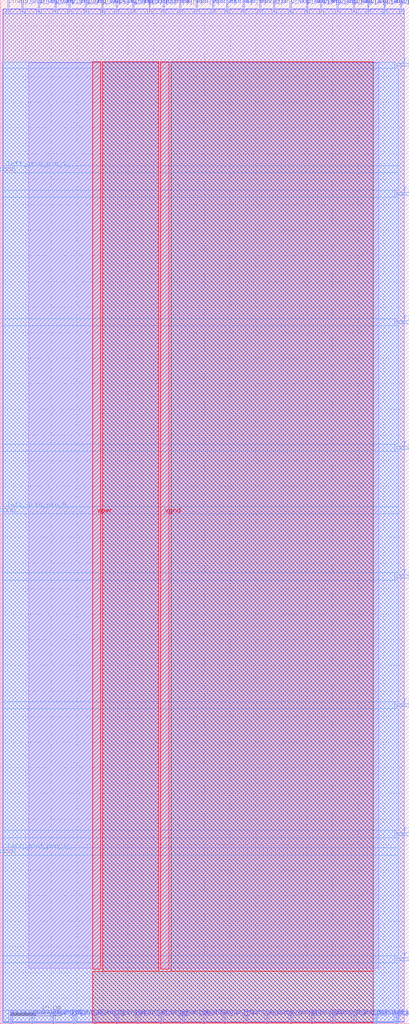
<source format=lef>
VERSION 5.7 ;
  NOWIREEXTENSIONATPIN ON ;
  DIVIDERCHAR "/" ;
  BUSBITCHARS "[]" ;
MACRO cby_3__1_
  CLASS BLOCK ;
  FOREIGN cby_3__1_ ;
  ORIGIN 0.000 0.000 ;
  SIZE 80.000 BY 200.000 ;
  PIN address[0]
    DIRECTION INPUT ;
    PORT
      LAYER met2 ;
        RECT 29.070 197.600 29.350 200.000 ;
    END
  END address[0]
  PIN address[1]
    DIRECTION INPUT ;
    PORT
      LAYER met2 ;
        RECT 31.830 197.600 32.110 200.000 ;
    END
  END address[1]
  PIN address[2]
    DIRECTION INPUT ;
    PORT
      LAYER met2 ;
        RECT 35.050 197.600 35.330 200.000 ;
    END
  END address[2]
  PIN address[3]
    DIRECTION INPUT ;
    PORT
      LAYER met2 ;
        RECT 38.270 197.600 38.550 200.000 ;
    END
  END address[3]
  PIN address[4]
    DIRECTION INPUT ;
    PORT
      LAYER met2 ;
        RECT 41.490 197.600 41.770 200.000 ;
    END
  END address[4]
  PIN address[5]
    DIRECTION INPUT ;
    PORT
      LAYER met2 ;
        RECT 44.250 197.600 44.530 200.000 ;
    END
  END address[5]
  PIN address[6]
    DIRECTION INPUT ;
    PORT
      LAYER met2 ;
        RECT 47.470 197.600 47.750 200.000 ;
    END
  END address[6]
  PIN chany_bottom_in[0]
    DIRECTION INPUT ;
    PORT
      LAYER met2 ;
        RECT 1.930 0.000 2.210 2.400 ;
    END
  END chany_bottom_in[0]
  PIN chany_bottom_in[1]
    DIRECTION INPUT ;
    PORT
      LAYER met2 ;
        RECT 6.070 0.000 6.350 2.400 ;
    END
  END chany_bottom_in[1]
  PIN chany_bottom_in[2]
    DIRECTION INPUT ;
    PORT
      LAYER met2 ;
        RECT 10.210 0.000 10.490 2.400 ;
    END
  END chany_bottom_in[2]
  PIN chany_bottom_in[3]
    DIRECTION INPUT ;
    PORT
      LAYER met2 ;
        RECT 14.350 0.000 14.630 2.400 ;
    END
  END chany_bottom_in[3]
  PIN chany_bottom_in[4]
    DIRECTION INPUT ;
    PORT
      LAYER met2 ;
        RECT 18.490 0.000 18.770 2.400 ;
    END
  END chany_bottom_in[4]
  PIN chany_bottom_in[5]
    DIRECTION INPUT ;
    PORT
      LAYER met2 ;
        RECT 22.630 0.000 22.910 2.400 ;
    END
  END chany_bottom_in[5]
  PIN chany_bottom_in[6]
    DIRECTION INPUT ;
    PORT
      LAYER met2 ;
        RECT 26.770 0.000 27.050 2.400 ;
    END
  END chany_bottom_in[6]
  PIN chany_bottom_in[7]
    DIRECTION INPUT ;
    PORT
      LAYER met2 ;
        RECT 31.370 0.000 31.650 2.400 ;
    END
  END chany_bottom_in[7]
  PIN chany_bottom_in[8]
    DIRECTION INPUT ;
    PORT
      LAYER met2 ;
        RECT 35.510 0.000 35.790 2.400 ;
    END
  END chany_bottom_in[8]
  PIN chany_bottom_out[0]
    DIRECTION OUTPUT TRISTATE ;
    PORT
      LAYER met2 ;
        RECT 43.790 0.000 44.070 2.400 ;
    END
  END chany_bottom_out[0]
  PIN chany_bottom_out[1]
    DIRECTION OUTPUT TRISTATE ;
    PORT
      LAYER met2 ;
        RECT 47.930 0.000 48.210 2.400 ;
    END
  END chany_bottom_out[1]
  PIN chany_bottom_out[2]
    DIRECTION OUTPUT TRISTATE ;
    PORT
      LAYER met2 ;
        RECT 52.070 0.000 52.350 2.400 ;
    END
  END chany_bottom_out[2]
  PIN chany_bottom_out[3]
    DIRECTION OUTPUT TRISTATE ;
    PORT
      LAYER met2 ;
        RECT 56.670 0.000 56.950 2.400 ;
    END
  END chany_bottom_out[3]
  PIN chany_bottom_out[4]
    DIRECTION OUTPUT TRISTATE ;
    PORT
      LAYER met2 ;
        RECT 60.810 0.000 61.090 2.400 ;
    END
  END chany_bottom_out[4]
  PIN chany_bottom_out[5]
    DIRECTION OUTPUT TRISTATE ;
    PORT
      LAYER met2 ;
        RECT 64.950 0.000 65.230 2.400 ;
    END
  END chany_bottom_out[5]
  PIN chany_bottom_out[6]
    DIRECTION OUTPUT TRISTATE ;
    PORT
      LAYER met2 ;
        RECT 69.090 0.000 69.370 2.400 ;
    END
  END chany_bottom_out[6]
  PIN chany_bottom_out[7]
    DIRECTION OUTPUT TRISTATE ;
    PORT
      LAYER met2 ;
        RECT 73.230 0.000 73.510 2.400 ;
    END
  END chany_bottom_out[7]
  PIN chany_bottom_out[8]
    DIRECTION OUTPUT TRISTATE ;
    PORT
      LAYER met2 ;
        RECT 77.370 0.000 77.650 2.400 ;
    END
  END chany_bottom_out[8]
  PIN chany_top_in[0]
    DIRECTION INPUT ;
    PORT
      LAYER met2 ;
        RECT 1.470 197.600 1.750 200.000 ;
    END
  END chany_top_in[0]
  PIN chany_top_in[1]
    DIRECTION INPUT ;
    PORT
      LAYER met2 ;
        RECT 4.230 197.600 4.510 200.000 ;
    END
  END chany_top_in[1]
  PIN chany_top_in[2]
    DIRECTION INPUT ;
    PORT
      LAYER met2 ;
        RECT 7.450 197.600 7.730 200.000 ;
    END
  END chany_top_in[2]
  PIN chany_top_in[3]
    DIRECTION INPUT ;
    PORT
      LAYER met2 ;
        RECT 10.670 197.600 10.950 200.000 ;
    END
  END chany_top_in[3]
  PIN chany_top_in[4]
    DIRECTION INPUT ;
    PORT
      LAYER met2 ;
        RECT 13.430 197.600 13.710 200.000 ;
    END
  END chany_top_in[4]
  PIN chany_top_in[5]
    DIRECTION INPUT ;
    PORT
      LAYER met2 ;
        RECT 16.650 197.600 16.930 200.000 ;
    END
  END chany_top_in[5]
  PIN chany_top_in[6]
    DIRECTION INPUT ;
    PORT
      LAYER met2 ;
        RECT 19.870 197.600 20.150 200.000 ;
    END
  END chany_top_in[6]
  PIN chany_top_in[7]
    DIRECTION INPUT ;
    PORT
      LAYER met2 ;
        RECT 22.630 197.600 22.910 200.000 ;
    END
  END chany_top_in[7]
  PIN chany_top_in[8]
    DIRECTION INPUT ;
    PORT
      LAYER met2 ;
        RECT 25.850 197.600 26.130 200.000 ;
    END
  END chany_top_in[8]
  PIN chany_top_out[0]
    DIRECTION OUTPUT TRISTATE ;
    PORT
      LAYER met2 ;
        RECT 53.450 197.600 53.730 200.000 ;
    END
  END chany_top_out[0]
  PIN chany_top_out[1]
    DIRECTION OUTPUT TRISTATE ;
    PORT
      LAYER met2 ;
        RECT 56.670 197.600 56.950 200.000 ;
    END
  END chany_top_out[1]
  PIN chany_top_out[2]
    DIRECTION OUTPUT TRISTATE ;
    PORT
      LAYER met2 ;
        RECT 59.890 197.600 60.170 200.000 ;
    END
  END chany_top_out[2]
  PIN chany_top_out[3]
    DIRECTION OUTPUT TRISTATE ;
    PORT
      LAYER met2 ;
        RECT 62.650 197.600 62.930 200.000 ;
    END
  END chany_top_out[3]
  PIN chany_top_out[4]
    DIRECTION OUTPUT TRISTATE ;
    PORT
      LAYER met2 ;
        RECT 65.870 197.600 66.150 200.000 ;
    END
  END chany_top_out[4]
  PIN chany_top_out[5]
    DIRECTION OUTPUT TRISTATE ;
    PORT
      LAYER met2 ;
        RECT 69.090 197.600 69.370 200.000 ;
    END
  END chany_top_out[5]
  PIN chany_top_out[6]
    DIRECTION OUTPUT TRISTATE ;
    PORT
      LAYER met2 ;
        RECT 71.850 197.600 72.130 200.000 ;
    END
  END chany_top_out[6]
  PIN chany_top_out[7]
    DIRECTION OUTPUT TRISTATE ;
    PORT
      LAYER met2 ;
        RECT 75.070 197.600 75.350 200.000 ;
    END
  END chany_top_out[7]
  PIN chany_top_out[8]
    DIRECTION OUTPUT TRISTATE ;
    PORT
      LAYER met2 ;
        RECT 78.290 197.600 78.570 200.000 ;
    END
  END chany_top_out[8]
  PIN data_in
    DIRECTION INPUT ;
    PORT
      LAYER met2 ;
        RECT 50.690 197.600 50.970 200.000 ;
    END
  END data_in
  PIN enable
    DIRECTION INPUT ;
    PORT
      LAYER met2 ;
        RECT 39.650 0.000 39.930 2.400 ;
    END
  END enable
  PIN left_grid_pin_1_
    DIRECTION OUTPUT TRISTATE ;
    PORT
      LAYER met3 ;
        RECT 0.000 33.360 2.400 33.960 ;
    END
  END left_grid_pin_1_
  PIN left_grid_pin_5_
    DIRECTION OUTPUT TRISTATE ;
    PORT
      LAYER met3 ;
        RECT 0.000 100.000 2.400 100.600 ;
    END
  END left_grid_pin_5_
  PIN left_grid_pin_9_
    DIRECTION OUTPUT TRISTATE ;
    PORT
      LAYER met3 ;
        RECT 0.000 166.640 2.400 167.240 ;
    END
  END left_grid_pin_9_
  PIN right_grid_pin_0_
    DIRECTION OUTPUT TRISTATE ;
    PORT
      LAYER met3 ;
        RECT 77.600 12.280 80.000 12.880 ;
    END
  END right_grid_pin_0_
  PIN right_grid_pin_10_
    DIRECTION OUTPUT TRISTATE ;
    PORT
      LAYER met3 ;
        RECT 77.600 136.720 80.000 137.320 ;
    END
  END right_grid_pin_10_
  PIN right_grid_pin_12_
    DIRECTION OUTPUT TRISTATE ;
    PORT
      LAYER met3 ;
        RECT 77.600 161.880 80.000 162.480 ;
    END
  END right_grid_pin_12_
  PIN right_grid_pin_14_
    DIRECTION OUTPUT TRISTATE ;
    PORT
      LAYER met3 ;
        RECT 77.600 187.040 80.000 187.640 ;
    END
  END right_grid_pin_14_
  PIN right_grid_pin_2_
    DIRECTION OUTPUT TRISTATE ;
    PORT
      LAYER met3 ;
        RECT 77.600 36.760 80.000 37.360 ;
    END
  END right_grid_pin_2_
  PIN right_grid_pin_4_
    DIRECTION OUTPUT TRISTATE ;
    PORT
      LAYER met3 ;
        RECT 77.600 61.920 80.000 62.520 ;
    END
  END right_grid_pin_4_
  PIN right_grid_pin_6_
    DIRECTION OUTPUT TRISTATE ;
    PORT
      LAYER met3 ;
        RECT 77.600 87.080 80.000 87.680 ;
    END
  END right_grid_pin_6_
  PIN right_grid_pin_8_
    DIRECTION OUTPUT TRISTATE ;
    PORT
      LAYER met3 ;
        RECT 77.600 112.240 80.000 112.840 ;
    END
  END right_grid_pin_8_
  PIN vpwr
    DIRECTION INPUT ;
    PORT
      LAYER met4 ;
        RECT 18.055 10.640 19.655 187.920 ;
    END
  END vpwr
  PIN vgnd
    DIRECTION INPUT ;
    PORT
      LAYER met4 ;
        RECT 31.385 10.640 32.985 187.920 ;
    END
  END vgnd
  OBS
      LAYER li1 ;
        RECT 5.520 10.795 74.060 187.765 ;
      LAYER met1 ;
        RECT 0.530 0.380 79.050 198.180 ;
      LAYER met2 ;
        RECT 0.550 197.320 1.190 198.290 ;
        RECT 2.030 197.320 3.950 198.290 ;
        RECT 4.790 197.320 7.170 198.290 ;
        RECT 8.010 197.320 10.390 198.290 ;
        RECT 11.230 197.320 13.150 198.290 ;
        RECT 13.990 197.320 16.370 198.290 ;
        RECT 17.210 197.320 19.590 198.290 ;
        RECT 20.430 197.320 22.350 198.290 ;
        RECT 23.190 197.320 25.570 198.290 ;
        RECT 26.410 197.320 28.790 198.290 ;
        RECT 29.630 197.320 31.550 198.290 ;
        RECT 32.390 197.320 34.770 198.290 ;
        RECT 35.610 197.320 37.990 198.290 ;
        RECT 38.830 197.320 41.210 198.290 ;
        RECT 42.050 197.320 43.970 198.290 ;
        RECT 44.810 197.320 47.190 198.290 ;
        RECT 48.030 197.320 50.410 198.290 ;
        RECT 51.250 197.320 53.170 198.290 ;
        RECT 54.010 197.320 56.390 198.290 ;
        RECT 57.230 197.320 59.610 198.290 ;
        RECT 60.450 197.320 62.370 198.290 ;
        RECT 63.210 197.320 65.590 198.290 ;
        RECT 66.430 197.320 68.810 198.290 ;
        RECT 69.650 197.320 71.570 198.290 ;
        RECT 72.410 197.320 74.790 198.290 ;
        RECT 75.630 197.320 78.010 198.290 ;
        RECT 78.850 197.320 79.020 198.290 ;
        RECT 0.550 2.680 79.020 197.320 ;
        RECT 0.550 0.270 1.650 2.680 ;
        RECT 2.490 0.270 5.790 2.680 ;
        RECT 6.630 0.270 9.930 2.680 ;
        RECT 10.770 0.270 14.070 2.680 ;
        RECT 14.910 0.270 18.210 2.680 ;
        RECT 19.050 0.270 22.350 2.680 ;
        RECT 23.190 0.270 26.490 2.680 ;
        RECT 27.330 0.270 31.090 2.680 ;
        RECT 31.930 0.270 35.230 2.680 ;
        RECT 36.070 0.270 39.370 2.680 ;
        RECT 40.210 0.270 43.510 2.680 ;
        RECT 44.350 0.270 47.650 2.680 ;
        RECT 48.490 0.270 51.790 2.680 ;
        RECT 52.630 0.270 56.390 2.680 ;
        RECT 57.230 0.270 60.530 2.680 ;
        RECT 61.370 0.270 64.670 2.680 ;
        RECT 65.510 0.270 68.810 2.680 ;
        RECT 69.650 0.270 72.950 2.680 ;
        RECT 73.790 0.270 77.090 2.680 ;
        RECT 77.930 0.270 79.020 2.680 ;
      LAYER met3 ;
        RECT 0.310 186.640 77.200 187.845 ;
        RECT 0.310 167.640 77.890 186.640 ;
        RECT 2.800 166.240 77.890 167.640 ;
        RECT 0.310 162.880 77.890 166.240 ;
        RECT 0.310 161.480 77.200 162.880 ;
        RECT 0.310 137.720 77.890 161.480 ;
        RECT 0.310 136.320 77.200 137.720 ;
        RECT 0.310 113.240 77.890 136.320 ;
        RECT 0.310 111.840 77.200 113.240 ;
        RECT 0.310 101.000 77.890 111.840 ;
        RECT 2.800 99.600 77.890 101.000 ;
        RECT 0.310 88.080 77.890 99.600 ;
        RECT 0.310 86.680 77.200 88.080 ;
        RECT 0.310 62.920 77.890 86.680 ;
        RECT 0.310 61.520 77.200 62.920 ;
        RECT 0.310 37.760 77.890 61.520 ;
        RECT 0.310 36.360 77.200 37.760 ;
        RECT 0.310 34.360 77.890 36.360 ;
        RECT 2.800 32.960 77.890 34.360 ;
        RECT 0.310 13.280 77.890 32.960 ;
        RECT 0.310 11.880 77.200 13.280 ;
        RECT 0.310 0.175 77.890 11.880 ;
      LAYER met4 ;
        RECT 20.055 10.240 30.985 187.920 ;
        RECT 33.385 10.240 72.985 187.920 ;
        RECT 18.050 0.175 72.985 10.240 ;
  END
END cby_3__1_
END LIBRARY


</source>
